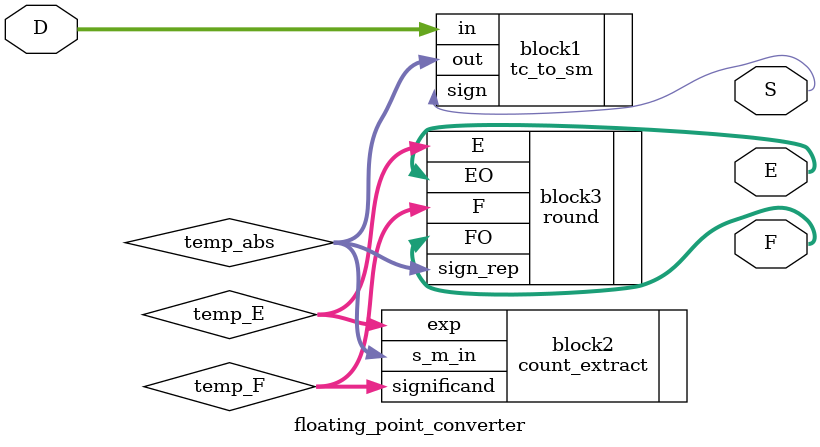
<source format=v>
`timescale 1ns / 1ps
module floating_point_converter(
		D, S, E, F
    );
	 
	 input wire[11:0] D;
	 output wire S;
	 output wire[2:0] E;
	 output wire[3:0] F;
	 
	 // temp wires
	 wire[11:0] temp_abs;
	 wire[2:0] temp_E;
	 wire[3:0] temp_F;
	 
	 // Modules that are executed sequentially
	 tc_to_sm block1(.in(D), .out(temp_abs), .sign(S));
	 count_extract block2(.s_m_in(temp_abs), .exp(temp_E), .significand(temp_F));
	 round block3(.sign_rep(temp_abs), .F(temp_F), .E(temp_E), .FO(F), .EO(E));


endmodule

</source>
